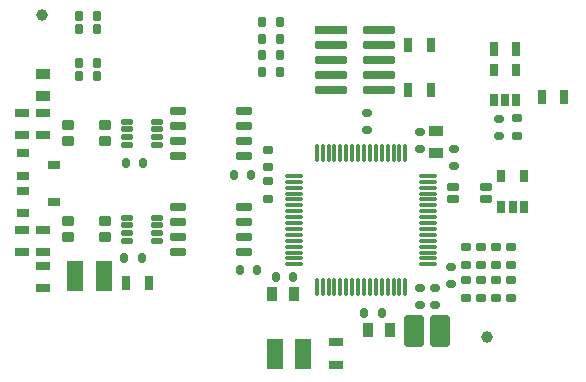
<source format=gtp>
G04*
G04 #@! TF.GenerationSoftware,Altium Limited,Altium Designer,21.2.1 (34)*
G04*
G04 Layer_Color=8421504*
%FSLAX25Y25*%
%MOIN*%
G70*
G04*
G04 #@! TF.SameCoordinates,2566B91B-B0F8-45D7-AC81-F34421F4F9DA*
G04*
G04*
G04 #@! TF.FilePolarity,Positive*
G04*
G01*
G75*
%ADD10R,0.00787X0.00787*%
%ADD11C,0.03937*%
G04:AMPARAMS|DCode=12|XSize=33.47mil|YSize=23.62mil|CornerRadius=2.36mil|HoleSize=0mil|Usage=FLASHONLY|Rotation=90.000|XOffset=0mil|YOffset=0mil|HoleType=Round|Shape=RoundedRectangle|*
%AMROUNDEDRECTD12*
21,1,0.03347,0.01890,0,0,90.0*
21,1,0.02874,0.02362,0,0,90.0*
1,1,0.00472,0.00945,0.01437*
1,1,0.00472,0.00945,-0.01437*
1,1,0.00472,-0.00945,-0.01437*
1,1,0.00472,-0.00945,0.01437*
%
%ADD12ROUNDEDRECTD12*%
G04:AMPARAMS|DCode=13|XSize=31.5mil|YSize=25.59mil|CornerRadius=6.4mil|HoleSize=0mil|Usage=FLASHONLY|Rotation=180.000|XOffset=0mil|YOffset=0mil|HoleType=Round|Shape=RoundedRectangle|*
%AMROUNDEDRECTD13*
21,1,0.03150,0.01280,0,0,180.0*
21,1,0.01870,0.02559,0,0,180.0*
1,1,0.01280,-0.00935,0.00640*
1,1,0.01280,0.00935,0.00640*
1,1,0.01280,0.00935,-0.00640*
1,1,0.01280,-0.00935,-0.00640*
%
%ADD13ROUNDEDRECTD13*%
G04:AMPARAMS|DCode=14|XSize=33.47mil|YSize=23.62mil|CornerRadius=2.36mil|HoleSize=0mil|Usage=FLASHONLY|Rotation=0.000|XOffset=0mil|YOffset=0mil|HoleType=Round|Shape=RoundedRectangle|*
%AMROUNDEDRECTD14*
21,1,0.03347,0.01890,0,0,0.0*
21,1,0.02874,0.02362,0,0,0.0*
1,1,0.00472,0.01437,-0.00945*
1,1,0.00472,-0.01437,-0.00945*
1,1,0.00472,-0.01437,0.00945*
1,1,0.00472,0.01437,0.00945*
%
%ADD14ROUNDEDRECTD14*%
G04:AMPARAMS|DCode=15|XSize=31.5mil|YSize=25.59mil|CornerRadius=6.4mil|HoleSize=0mil|Usage=FLASHONLY|Rotation=90.000|XOffset=0mil|YOffset=0mil|HoleType=Round|Shape=RoundedRectangle|*
%AMROUNDEDRECTD15*
21,1,0.03150,0.01280,0,0,90.0*
21,1,0.01870,0.02559,0,0,90.0*
1,1,0.01280,0.00640,0.00935*
1,1,0.01280,0.00640,-0.00935*
1,1,0.01280,-0.00640,-0.00935*
1,1,0.01280,-0.00640,0.00935*
%
%ADD15ROUNDEDRECTD15*%
G04:AMPARAMS|DCode=16|XSize=49.21mil|YSize=27.56mil|CornerRadius=2.76mil|HoleSize=0mil|Usage=FLASHONLY|Rotation=270.000|XOffset=0mil|YOffset=0mil|HoleType=Round|Shape=RoundedRectangle|*
%AMROUNDEDRECTD16*
21,1,0.04921,0.02205,0,0,270.0*
21,1,0.04370,0.02756,0,0,270.0*
1,1,0.00551,-0.01102,-0.02185*
1,1,0.00551,-0.01102,0.02185*
1,1,0.00551,0.01102,0.02185*
1,1,0.00551,0.01102,-0.02185*
%
%ADD16ROUNDEDRECTD16*%
G04:AMPARAMS|DCode=17|XSize=11.81mil|YSize=59.06mil|CornerRadius=2.95mil|HoleSize=0mil|Usage=FLASHONLY|Rotation=0.000|XOffset=0mil|YOffset=0mil|HoleType=Round|Shape=RoundedRectangle|*
%AMROUNDEDRECTD17*
21,1,0.01181,0.05315,0,0,0.0*
21,1,0.00591,0.05906,0,0,0.0*
1,1,0.00591,0.00295,-0.02657*
1,1,0.00591,-0.00295,-0.02657*
1,1,0.00591,-0.00295,0.02657*
1,1,0.00591,0.00295,0.02657*
%
%ADD17ROUNDEDRECTD17*%
G04:AMPARAMS|DCode=18|XSize=106.3mil|YSize=66.93mil|CornerRadius=6.69mil|HoleSize=0mil|Usage=FLASHONLY|Rotation=270.000|XOffset=0mil|YOffset=0mil|HoleType=Round|Shape=RoundedRectangle|*
%AMROUNDEDRECTD18*
21,1,0.10630,0.05354,0,0,270.0*
21,1,0.09291,0.06693,0,0,270.0*
1,1,0.01339,-0.02677,-0.04646*
1,1,0.01339,-0.02677,0.04646*
1,1,0.01339,0.02677,0.04646*
1,1,0.01339,0.02677,-0.04646*
%
%ADD18ROUNDEDRECTD18*%
G04:AMPARAMS|DCode=19|XSize=43.31mil|YSize=31.5mil|CornerRadius=4.72mil|HoleSize=0mil|Usage=FLASHONLY|Rotation=0.000|XOffset=0mil|YOffset=0mil|HoleType=Round|Shape=RoundedRectangle|*
%AMROUNDEDRECTD19*
21,1,0.04331,0.02205,0,0,0.0*
21,1,0.03386,0.03150,0,0,0.0*
1,1,0.00945,0.01693,-0.01102*
1,1,0.00945,-0.01693,-0.01102*
1,1,0.00945,-0.01693,0.01102*
1,1,0.00945,0.01693,0.01102*
%
%ADD19ROUNDEDRECTD19*%
G04:AMPARAMS|DCode=20|XSize=23.62mil|YSize=43.31mil|CornerRadius=2.36mil|HoleSize=0mil|Usage=FLASHONLY|Rotation=180.000|XOffset=0mil|YOffset=0mil|HoleType=Round|Shape=RoundedRectangle|*
%AMROUNDEDRECTD20*
21,1,0.02362,0.03858,0,0,180.0*
21,1,0.01890,0.04331,0,0,180.0*
1,1,0.00472,-0.00945,0.01929*
1,1,0.00472,0.00945,0.01929*
1,1,0.00472,0.00945,-0.01929*
1,1,0.00472,-0.00945,-0.01929*
%
%ADD20ROUNDEDRECTD20*%
G04:AMPARAMS|DCode=21|XSize=43.31mil|YSize=23.62mil|CornerRadius=3.54mil|HoleSize=0mil|Usage=FLASHONLY|Rotation=180.000|XOffset=0mil|YOffset=0mil|HoleType=Round|Shape=RoundedRectangle|*
%AMROUNDEDRECTD21*
21,1,0.04331,0.01654,0,0,180.0*
21,1,0.03622,0.02362,0,0,180.0*
1,1,0.00709,-0.01811,0.00827*
1,1,0.00709,0.01811,0.00827*
1,1,0.00709,0.01811,-0.00827*
1,1,0.00709,-0.01811,-0.00827*
%
%ADD21ROUNDEDRECTD21*%
G04:AMPARAMS|DCode=22|XSize=49.21mil|YSize=27.56mil|CornerRadius=2.76mil|HoleSize=0mil|Usage=FLASHONLY|Rotation=180.000|XOffset=0mil|YOffset=0mil|HoleType=Round|Shape=RoundedRectangle|*
%AMROUNDEDRECTD22*
21,1,0.04921,0.02205,0,0,180.0*
21,1,0.04370,0.02756,0,0,180.0*
1,1,0.00551,-0.02185,0.01102*
1,1,0.00551,0.02185,0.01102*
1,1,0.00551,0.02185,-0.01102*
1,1,0.00551,-0.02185,-0.01102*
%
%ADD22ROUNDEDRECTD22*%
G04:AMPARAMS|DCode=23|XSize=17.32mil|YSize=39.37mil|CornerRadius=2.6mil|HoleSize=0mil|Usage=FLASHONLY|Rotation=270.000|XOffset=0mil|YOffset=0mil|HoleType=Round|Shape=RoundedRectangle|*
%AMROUNDEDRECTD23*
21,1,0.01732,0.03417,0,0,270.0*
21,1,0.01213,0.03937,0,0,270.0*
1,1,0.00520,-0.01709,-0.00606*
1,1,0.00520,-0.01709,0.00606*
1,1,0.00520,0.01709,0.00606*
1,1,0.00520,0.01709,-0.00606*
%
%ADD23ROUNDEDRECTD23*%
G04:AMPARAMS|DCode=24|XSize=23.62mil|YSize=51.18mil|CornerRadius=2.36mil|HoleSize=0mil|Usage=FLASHONLY|Rotation=270.000|XOffset=0mil|YOffset=0mil|HoleType=Round|Shape=RoundedRectangle|*
%AMROUNDEDRECTD24*
21,1,0.02362,0.04646,0,0,270.0*
21,1,0.01890,0.05118,0,0,270.0*
1,1,0.00472,-0.02323,-0.00945*
1,1,0.00472,-0.02323,0.00945*
1,1,0.00472,0.02323,0.00945*
1,1,0.00472,0.02323,-0.00945*
%
%ADD24ROUNDEDRECTD24*%
G04:AMPARAMS|DCode=25|XSize=23.62mil|YSize=43.31mil|CornerRadius=2.36mil|HoleSize=0mil|Usage=FLASHONLY|Rotation=90.000|XOffset=0mil|YOffset=0mil|HoleType=Round|Shape=RoundedRectangle|*
%AMROUNDEDRECTD25*
21,1,0.02362,0.03858,0,0,90.0*
21,1,0.01890,0.04331,0,0,90.0*
1,1,0.00472,0.01929,0.00945*
1,1,0.00472,0.01929,-0.00945*
1,1,0.00472,-0.01929,-0.00945*
1,1,0.00472,-0.01929,0.00945*
%
%ADD25ROUNDEDRECTD25*%
G04:AMPARAMS|DCode=26|XSize=55.12mil|YSize=102.36mil|CornerRadius=8.27mil|HoleSize=0mil|Usage=FLASHONLY|Rotation=180.000|XOffset=0mil|YOffset=0mil|HoleType=Round|Shape=RoundedRectangle|*
%AMROUNDEDRECTD26*
21,1,0.05512,0.08583,0,0,180.0*
21,1,0.03858,0.10236,0,0,180.0*
1,1,0.01654,-0.01929,0.04291*
1,1,0.01654,0.01929,0.04291*
1,1,0.01654,0.01929,-0.04291*
1,1,0.01654,-0.01929,-0.04291*
%
%ADD26ROUNDEDRECTD26*%
%ADD27R,0.10630X0.02756*%
G04:AMPARAMS|DCode=28|XSize=27.56mil|YSize=106.3mil|CornerRadius=4.13mil|HoleSize=0mil|Usage=FLASHONLY|Rotation=270.000|XOffset=0mil|YOffset=0mil|HoleType=Round|Shape=RoundedRectangle|*
%AMROUNDEDRECTD28*
21,1,0.02756,0.09803,0,0,270.0*
21,1,0.01929,0.10630,0,0,270.0*
1,1,0.00827,-0.04902,-0.00965*
1,1,0.00827,-0.04902,0.00965*
1,1,0.00827,0.04902,0.00965*
1,1,0.00827,0.04902,-0.00965*
%
%ADD28ROUNDEDRECTD28*%
G04:AMPARAMS|DCode=29|XSize=49.21mil|YSize=31.5mil|CornerRadius=3.15mil|HoleSize=0mil|Usage=FLASHONLY|Rotation=0.000|XOffset=0mil|YOffset=0mil|HoleType=Round|Shape=RoundedRectangle|*
%AMROUNDEDRECTD29*
21,1,0.04921,0.02520,0,0,0.0*
21,1,0.04291,0.03150,0,0,0.0*
1,1,0.00630,0.02146,-0.01260*
1,1,0.00630,-0.02146,-0.01260*
1,1,0.00630,-0.02146,0.01260*
1,1,0.00630,0.02146,0.01260*
%
%ADD29ROUNDEDRECTD29*%
G04:AMPARAMS|DCode=30|XSize=49.21mil|YSize=31.5mil|CornerRadius=3.15mil|HoleSize=0mil|Usage=FLASHONLY|Rotation=90.000|XOffset=0mil|YOffset=0mil|HoleType=Round|Shape=RoundedRectangle|*
%AMROUNDEDRECTD30*
21,1,0.04921,0.02520,0,0,90.0*
21,1,0.04291,0.03150,0,0,90.0*
1,1,0.00630,0.01260,0.02146*
1,1,0.00630,0.01260,-0.02146*
1,1,0.00630,-0.01260,-0.02146*
1,1,0.00630,-0.01260,0.02146*
%
%ADD30ROUNDEDRECTD30*%
G04:AMPARAMS|DCode=31|XSize=11.81mil|YSize=59.06mil|CornerRadius=2.95mil|HoleSize=0mil|Usage=FLASHONLY|Rotation=90.000|XOffset=0mil|YOffset=0mil|HoleType=Round|Shape=RoundedRectangle|*
%AMROUNDEDRECTD31*
21,1,0.01181,0.05315,0,0,90.0*
21,1,0.00591,0.05906,0,0,90.0*
1,1,0.00591,0.02657,0.00295*
1,1,0.00591,0.02657,-0.00295*
1,1,0.00591,-0.02657,-0.00295*
1,1,0.00591,-0.02657,0.00295*
%
%ADD31ROUNDEDRECTD31*%
D10*
X43500Y122500D02*
D03*
X192000Y15000D02*
D03*
D11*
X43500Y122500D02*
D03*
X192000Y15000D02*
D03*
D12*
X62008Y101969D02*
D03*
X56102D02*
D03*
X62008Y106299D02*
D03*
X56102D02*
D03*
X62008Y117717D02*
D03*
X56102D02*
D03*
X62008Y122047D02*
D03*
X56102D02*
D03*
X122953Y103500D02*
D03*
X117047D02*
D03*
X122953Y109000D02*
D03*
X117047D02*
D03*
X122953Y114500D02*
D03*
X117047D02*
D03*
X122953Y120000D02*
D03*
X117047D02*
D03*
D13*
X174500Y31354D02*
D03*
Y25646D02*
D03*
X169500Y31354D02*
D03*
Y25646D02*
D03*
X196000Y87854D02*
D03*
Y82146D02*
D03*
X181000Y72146D02*
D03*
Y77854D02*
D03*
X180000Y38354D02*
D03*
Y32646D02*
D03*
X169500Y83354D02*
D03*
Y77646D02*
D03*
X152000Y84146D02*
D03*
Y89854D02*
D03*
D14*
X119000Y71547D02*
D03*
Y77453D02*
D03*
Y61047D02*
D03*
Y66953D02*
D03*
X200000Y44953D02*
D03*
Y39047D02*
D03*
X195000Y44953D02*
D03*
Y39047D02*
D03*
X190000Y44953D02*
D03*
Y39047D02*
D03*
X185000Y44953D02*
D03*
Y39047D02*
D03*
X200000Y33953D02*
D03*
Y28047D02*
D03*
X195000Y33953D02*
D03*
Y28047D02*
D03*
X190000Y33953D02*
D03*
Y28047D02*
D03*
X185000Y33953D02*
D03*
Y28047D02*
D03*
X202000Y87953D02*
D03*
Y82047D02*
D03*
D15*
X76854Y41500D02*
D03*
X71146D02*
D03*
X109646Y37500D02*
D03*
X115354D02*
D03*
X77354Y73000D02*
D03*
X71646D02*
D03*
X107646Y69000D02*
D03*
X113354D02*
D03*
X151146Y23000D02*
D03*
X156854D02*
D03*
X127354Y35000D02*
D03*
X121646D02*
D03*
D16*
X194260Y111000D02*
D03*
X201740D02*
D03*
X71760Y33000D02*
D03*
X79240D02*
D03*
X165760Y97500D02*
D03*
X173240D02*
D03*
X165760Y112500D02*
D03*
X173240D02*
D03*
X217740Y95000D02*
D03*
X210260D02*
D03*
D17*
X162795Y31559D02*
D03*
X164764D02*
D03*
X141142D02*
D03*
X135236D02*
D03*
X137205D02*
D03*
X139173D02*
D03*
X147047D02*
D03*
X143110D02*
D03*
X145079D02*
D03*
X149016D02*
D03*
X150984D02*
D03*
X152953D02*
D03*
X154921D02*
D03*
X156890D02*
D03*
X158858D02*
D03*
X160827D02*
D03*
X164764Y76441D02*
D03*
X162795D02*
D03*
X160827D02*
D03*
X158858D02*
D03*
X156890D02*
D03*
X154921D02*
D03*
X152953D02*
D03*
X150984D02*
D03*
X149016D02*
D03*
X147047D02*
D03*
X145079D02*
D03*
X143110D02*
D03*
X141142D02*
D03*
X139173D02*
D03*
X137205D02*
D03*
X135236D02*
D03*
D18*
X167669Y17000D02*
D03*
X176331D02*
D03*
D19*
X52201Y53756D02*
D03*
X64799D02*
D03*
Y48244D02*
D03*
X52201D02*
D03*
Y85756D02*
D03*
X64799D02*
D03*
Y80244D02*
D03*
X52201D02*
D03*
D20*
X196760Y68618D02*
D03*
X204240D02*
D03*
Y58382D02*
D03*
X200500D02*
D03*
X196760D02*
D03*
X194260Y93882D02*
D03*
X198000D02*
D03*
X201740D02*
D03*
Y104118D02*
D03*
X194260D02*
D03*
D21*
X180488Y64969D02*
D03*
X191512D02*
D03*
Y61032D02*
D03*
X180488D02*
D03*
D22*
X37000Y43260D02*
D03*
Y50740D02*
D03*
X44000Y43260D02*
D03*
Y50740D02*
D03*
Y38740D02*
D03*
Y31260D02*
D03*
X37000Y89740D02*
D03*
Y82260D02*
D03*
X44000Y89740D02*
D03*
Y82260D02*
D03*
X141500Y5760D02*
D03*
Y13240D02*
D03*
D23*
X82118Y79161D02*
D03*
Y81721D02*
D03*
Y84280D02*
D03*
X71882D02*
D03*
Y81721D02*
D03*
Y79161D02*
D03*
X82118Y86839D02*
D03*
X71882D02*
D03*
Y54839D02*
D03*
X82118D02*
D03*
X71882Y47161D02*
D03*
Y49720D02*
D03*
Y52280D02*
D03*
X82118D02*
D03*
Y49720D02*
D03*
Y47161D02*
D03*
D24*
X111024Y75500D02*
D03*
Y80500D02*
D03*
Y85500D02*
D03*
Y90500D02*
D03*
X88976Y75500D02*
D03*
Y80500D02*
D03*
Y85500D02*
D03*
Y90500D02*
D03*
X111024Y43500D02*
D03*
Y48500D02*
D03*
Y53500D02*
D03*
Y58500D02*
D03*
X88976Y43500D02*
D03*
Y48500D02*
D03*
Y53500D02*
D03*
Y58500D02*
D03*
D25*
X37382Y76240D02*
D03*
Y68760D02*
D03*
X47618Y72500D02*
D03*
X37382Y63740D02*
D03*
Y56260D02*
D03*
X47618Y60000D02*
D03*
D26*
X130724Y9500D02*
D03*
X121276D02*
D03*
X54776Y35500D02*
D03*
X64224D02*
D03*
D27*
X140126Y117460D02*
D03*
D28*
X155874D02*
D03*
X140126Y112460D02*
D03*
X155874D02*
D03*
X140126Y107460D02*
D03*
Y102460D02*
D03*
Y97460D02*
D03*
X155874Y107460D02*
D03*
Y102460D02*
D03*
Y97460D02*
D03*
D29*
X44000Y102543D02*
D03*
Y95457D02*
D03*
X175000Y76457D02*
D03*
Y83543D02*
D03*
D30*
X120457Y29500D02*
D03*
X127543D02*
D03*
X159543Y17500D02*
D03*
X152457D02*
D03*
D31*
X172441Y58921D02*
D03*
Y60890D02*
D03*
Y62858D02*
D03*
Y64827D02*
D03*
X127559Y68764D02*
D03*
Y66795D02*
D03*
Y64827D02*
D03*
Y62858D02*
D03*
Y60890D02*
D03*
Y58921D02*
D03*
Y56953D02*
D03*
Y54984D02*
D03*
Y53016D02*
D03*
Y51047D02*
D03*
Y49079D02*
D03*
Y47110D02*
D03*
Y45142D02*
D03*
Y43173D02*
D03*
Y41205D02*
D03*
Y39236D02*
D03*
X172441D02*
D03*
Y41205D02*
D03*
Y43173D02*
D03*
Y45142D02*
D03*
Y47110D02*
D03*
Y49079D02*
D03*
Y51047D02*
D03*
Y53016D02*
D03*
Y54984D02*
D03*
Y56953D02*
D03*
Y66795D02*
D03*
Y68764D02*
D03*
M02*

</source>
